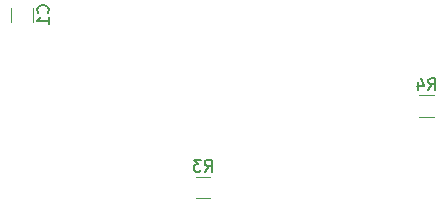
<source format=gbr>
G04 #@! TF.GenerationSoftware,KiCad,Pcbnew,(5.1.5-0-10_14)*
G04 #@! TF.CreationDate,2020-06-28T15:17:39+02:00*
G04 #@! TF.ProjectId,ESP8266-PowerMonitor,45535038-3236-4362-9d50-6f7765724d6f,rev?*
G04 #@! TF.SameCoordinates,Original*
G04 #@! TF.FileFunction,Legend,Bot*
G04 #@! TF.FilePolarity,Positive*
%FSLAX46Y46*%
G04 Gerber Fmt 4.6, Leading zero omitted, Abs format (unit mm)*
G04 Created by KiCad (PCBNEW (5.1.5-0-10_14)) date 2020-06-28 15:17:39*
%MOMM*%
%LPD*%
G04 APERTURE LIST*
%ADD10C,0.120000*%
%ADD11C,0.150000*%
G04 APERTURE END LIST*
D10*
X155314564Y-116460000D02*
X154110436Y-116460000D01*
X155314564Y-114640000D02*
X154110436Y-114640000D01*
X174239564Y-107740000D02*
X173035436Y-107740000D01*
X174239564Y-109560000D02*
X173035436Y-109560000D01*
X140310000Y-101502064D02*
X140310000Y-100297936D01*
X138490000Y-101502064D02*
X138490000Y-100297936D01*
D11*
X154879166Y-114182380D02*
X155212500Y-113706190D01*
X155450595Y-114182380D02*
X155450595Y-113182380D01*
X155069642Y-113182380D01*
X154974404Y-113230000D01*
X154926785Y-113277619D01*
X154879166Y-113372857D01*
X154879166Y-113515714D01*
X154926785Y-113610952D01*
X154974404Y-113658571D01*
X155069642Y-113706190D01*
X155450595Y-113706190D01*
X154545833Y-113182380D02*
X153926785Y-113182380D01*
X154260119Y-113563333D01*
X154117261Y-113563333D01*
X154022023Y-113610952D01*
X153974404Y-113658571D01*
X153926785Y-113753809D01*
X153926785Y-113991904D01*
X153974404Y-114087142D01*
X154022023Y-114134761D01*
X154117261Y-114182380D01*
X154402976Y-114182380D01*
X154498214Y-114134761D01*
X154545833Y-114087142D01*
X173804166Y-107282380D02*
X174137500Y-106806190D01*
X174375595Y-107282380D02*
X174375595Y-106282380D01*
X173994642Y-106282380D01*
X173899404Y-106330000D01*
X173851785Y-106377619D01*
X173804166Y-106472857D01*
X173804166Y-106615714D01*
X173851785Y-106710952D01*
X173899404Y-106758571D01*
X173994642Y-106806190D01*
X174375595Y-106806190D01*
X172947023Y-106615714D02*
X172947023Y-107282380D01*
X173185119Y-106234761D02*
X173423214Y-106949047D01*
X172804166Y-106949047D01*
X141577142Y-100733333D02*
X141624761Y-100685714D01*
X141672380Y-100542857D01*
X141672380Y-100447619D01*
X141624761Y-100304761D01*
X141529523Y-100209523D01*
X141434285Y-100161904D01*
X141243809Y-100114285D01*
X141100952Y-100114285D01*
X140910476Y-100161904D01*
X140815238Y-100209523D01*
X140720000Y-100304761D01*
X140672380Y-100447619D01*
X140672380Y-100542857D01*
X140720000Y-100685714D01*
X140767619Y-100733333D01*
X141672380Y-101685714D02*
X141672380Y-101114285D01*
X141672380Y-101400000D02*
X140672380Y-101400000D01*
X140815238Y-101304761D01*
X140910476Y-101209523D01*
X140958095Y-101114285D01*
M02*

</source>
